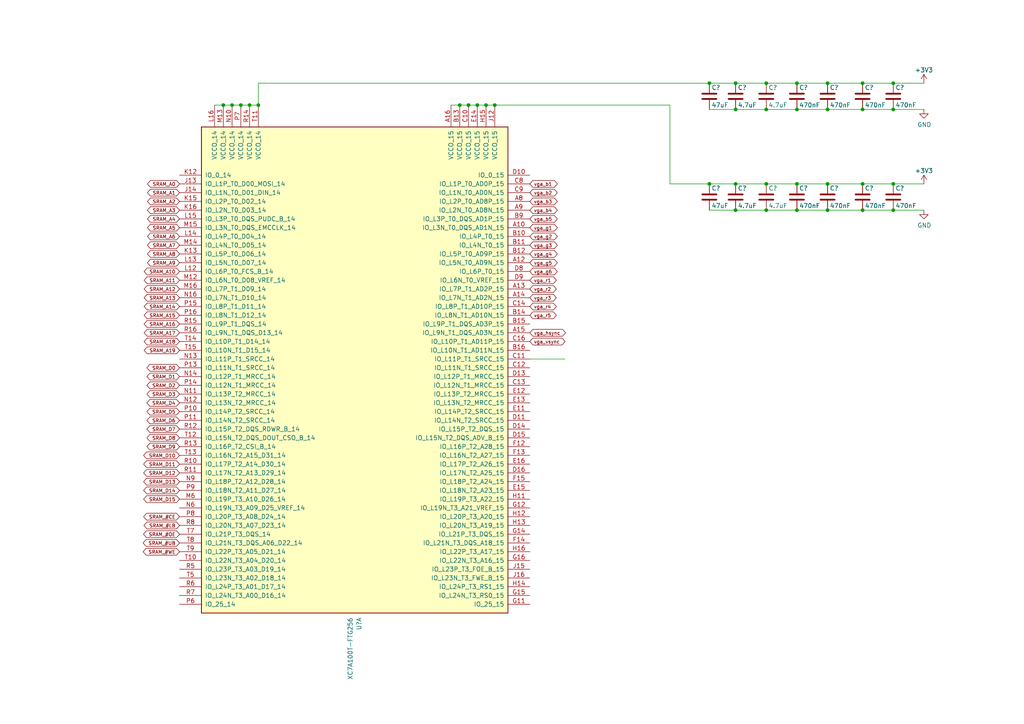
<source format=kicad_sch>
(kicad_sch (version 20211123) (generator eeschema)
  (paper "A4")
  (lib_symbols
    (symbol "Device:C" (pin_numbers hide) (pin_names (offset 0.254))
      (property "Reference" "C" (at 0.635 2.54 0))
      (property "Value" "C" (at 0.635 -2.54 0))
      (symbol "C_0_1"
        (polyline (pts (xy -2.032 -0.762) (xy 2.032 -0.762)) (stroke (width 0.508)))
        (polyline (pts (xy -2.032 0.762) (xy 2.032 0.762)) (stroke (width 0.508)))
      )
      (symbol "C_1_1"
        (pin passive line (at 0 3.81 270) (length 2.794) (name "~") (number "1"))
        (pin passive line (at 0 -3.81 90) (length 2.794) (name "~") (number "2"))
      )
    )
    (symbol "FPGA_Xilinx_Artix7:XC7A100T-FTG256" (pin_names (offset 1.016))
      (property "Reference" "U" (at 0 1.27 0))
      (property "Value" "XC7A100T-FTG256" (at 0 -1.27 0))
      (symbol "XC7A100T-FTG256_1_1"
        (rectangle (start -44.45 67.31) (end 44.45 -73.66) (stroke (width 0.254)) (fill (type background)))
        (pin bidirectional line (at 50.8 38.1 180) (length 6.35) (name "IO_L3N_T0_DQS_AD1N_15") (number "A10"))
        (pin bidirectional line (at 50.8 27.94 180) (length 6.35) (name "IO_L5N_T0_AD9N_15") (number "A12"))
        (pin bidirectional line (at 50.8 20.32 180) (length 6.35) (name "IO_L7P_T1_AD2P_15") (number "A13"))
        (pin bidirectional line (at 50.8 17.78 180) (length 6.35) (name "IO_L7N_T1_AD2N_15") (number "A14"))
        (pin bidirectional line (at 50.8 7.62 180) (length 6.35) (name "IO_L9N_T1_DQS_AD3N_15") (number "A15"))
        (pin power_in line (at 27.94 73.66 270) (length 6.35) (name "VCCO_15") (number "A16"))
        (pin bidirectional line (at 50.8 45.72 180) (length 6.35) (name "IO_L2P_T0_AD8P_15") (number "A8"))
        (pin bidirectional line (at 50.8 43.18 180) (length 6.35) (name "IO_L2N_T0_AD8N_15") (number "A9"))
        (pin bidirectional line (at 50.8 35.56 180) (length 6.35) (name "IO_L4P_T0_15") (number "B10"))
        (pin bidirectional line (at 50.8 33.02 180) (length 6.35) (name "IO_L4N_T0_15") (number "B11"))
        (pin bidirectional line (at 50.8 30.48 180) (length 6.35) (name "IO_L5P_T0_AD9P_15") (number "B12"))
        (pin power_in line (at 30.48 73.66 270) (length 6.35) (name "VCCO_15") (number "B13"))
        (pin bidirectional line (at 50.8 12.7 180) (length 6.35) (name "IO_L8N_T1_AD10N_15") (number "B14"))
        (pin bidirectional line (at 50.8 10.16 180) (length 6.35) (name "IO_L9P_T1_DQS_AD3P_15") (number "B15"))
        (pin bidirectional line (at 50.8 2.54 180) (length 6.35) (name "IO_L10N_T1_AD11N_15") (number "B16"))
        (pin bidirectional line (at 50.8 40.64 180) (length 6.35) (name "IO_L3P_T0_DQS_AD1P_15") (number "B9"))
        (pin power_in line (at 33.02 73.66 270) (length 6.35) (name "VCCO_15") (number "C10"))
        (pin bidirectional line (at 50.8 0 180) (length 6.35) (name "IO_L11P_T1_SRCC_15") (number "C11"))
        (pin bidirectional line (at 50.8 -2.54 180) (length 6.35) (name "IO_L11N_T1_SRCC_15") (number "C12"))
        (pin bidirectional line (at 50.8 -7.62 180) (length 6.35) (name "IO_L12N_T1_MRCC_15") (number "C13"))
        (pin bidirectional line (at 50.8 15.24 180) (length 6.35) (name "IO_L8P_T1_AD10P_15") (number "C14"))
        (pin bidirectional line (at 50.8 5.08 180) (length 6.35) (name "IO_L10P_T1_AD11P_15") (number "C16"))
        (pin bidirectional line (at 50.8 50.8 180) (length 6.35) (name "IO_L1P_T0_AD0P_15") (number "C8"))
        (pin bidirectional line (at 50.8 48.26 180) (length 6.35) (name "IO_L1N_T0_AD0N_15") (number "C9"))
        (pin bidirectional line (at 50.8 53.34 180) (length 6.35) (name "IO_0_15") (number "D10"))
        (pin bidirectional line (at 50.8 -17.78 180) (length 6.35) (name "IO_L14N_T2_SRCC_15") (number "D11"))
        (pin bidirectional line (at 50.8 -5.08 180) (length 6.35) (name "IO_L12P_T1_MRCC_15") (number "D13"))
        (pin bidirectional line (at 50.8 -20.32 180) (length 6.35) (name "IO_L15P_T2_DQS_15") (number "D14"))
        (pin bidirectional line (at 50.8 -22.86 180) (length 6.35) (name "IO_L15N_T2_DQS_ADV_B_15") (number "D15"))
        (pin bidirectional line (at 50.8 -33.02 180) (length 6.35) (name "IO_L17N_T2_A25_15") (number "D16"))
        (pin bidirectional line (at 50.8 25.4 180) (length 6.35) (name "IO_L6P_T0_15") (number "D8"))
        (pin bidirectional line (at 50.8 22.86 180) (length 6.35) (name "IO_L6N_T0_VREF_15") (number "D9"))
        (pin bidirectional line (at 50.8 -15.24 180) (length 6.35) (name "IO_L14P_T2_SRCC_15") (number "E11"))
        (pin bidirectional line (at 50.8 -10.16 180) (length 6.35) (name "IO_L13P_T2_MRCC_15") (number "E12"))
        (pin bidirectional line (at 50.8 -12.7 180) (length 6.35) (name "IO_L13N_T2_MRCC_15") (number "E13"))
        (pin power_in line (at 35.56 73.66 270) (length 6.35) (name "VCCO_15") (number "E14"))
        (pin bidirectional line (at 50.8 -38.1 180) (length 6.35) (name "IO_L18N_T2_A23_15") (number "E15"))
        (pin bidirectional line (at 50.8 -30.48 180) (length 6.35) (name "IO_L17P_T2_A26_15") (number "E16"))
        (pin bidirectional line (at 50.8 -25.4 180) (length 6.35) (name "IO_L16P_T2_A28_15") (number "F12"))
        (pin bidirectional line (at 50.8 -27.94 180) (length 6.35) (name "IO_L16N_T2_A27_15") (number "F13"))
        (pin bidirectional line (at 50.8 -53.34 180) (length 6.35) (name "IO_L21N_T3_DQS_A18_15") (number "F14"))
        (pin bidirectional line (at 50.8 -35.56 180) (length 6.35) (name "IO_L18P_T2_A24_15") (number "F15"))
        (pin bidirectional line (at 50.8 -71.12 180) (length 6.35) (name "IO_25_15") (number "G11"))
        (pin bidirectional line (at 50.8 -43.18 180) (length 6.35) (name "IO_L19N_T3_A21_VREF_15") (number "G12"))
        (pin bidirectional line (at 50.8 -50.8 180) (length 6.35) (name "IO_L21P_T3_DQS_15") (number "G14"))
        (pin bidirectional line (at 50.8 -68.58 180) (length 6.35) (name "IO_L24N_T3_RS0_15") (number "G15"))
        (pin bidirectional line (at 50.8 -58.42 180) (length 6.35) (name "IO_L22N_T3_A16_15") (number "G16"))
        (pin bidirectional line (at 50.8 -40.64 180) (length 6.35) (name "IO_L19P_T3_A22_15") (number "H11"))
        (pin bidirectional line (at 50.8 -45.72 180) (length 6.35) (name "IO_L20P_T3_A20_15") (number "H12"))
        (pin bidirectional line (at 50.8 -48.26 180) (length 6.35) (name "IO_L20N_T3_A19_15") (number "H13"))
        (pin bidirectional line (at 50.8 -66.04 180) (length 6.35) (name "IO_L24P_T3_RS1_15") (number "H14"))
        (pin power_in line (at 38.1 73.66 270) (length 6.35) (name "VCCO_15") (number "H15"))
        (pin bidirectional line (at 50.8 -55.88 180) (length 6.35) (name "IO_L22P_T3_A17_15") (number "H16"))
        (pin power_in line (at 40.64 73.66 270) (length 6.35) (name "VCCO_15") (number "J12"))
        (pin bidirectional line (at -50.8 50.8 0) (length 6.35) (name "IO_L1P_T0_D00_MOSI_14") (number "J13"))
        (pin bidirectional line (at -50.8 48.26 0) (length 6.35) (name "IO_L1N_T0_D01_DIN_14") (number "J14"))
        (pin bidirectional line (at 50.8 -60.96 180) (length 6.35) (name "IO_L23P_T3_FOE_B_15") (number "J15"))
        (pin bidirectional line (at 50.8 -63.5 180) (length 6.35) (name "IO_L23N_T3_FWE_B_15") (number "J16"))
        (pin bidirectional line (at -50.8 53.34 0) (length 6.35) (name "IO_0_14") (number "K12"))
        (pin bidirectional line (at -50.8 30.48 0) (length 6.35) (name "IO_L5P_T0_D06_14") (number "K13"))
        (pin bidirectional line (at -50.8 45.72 0) (length 6.35) (name "IO_L2P_T0_D02_14") (number "K15"))
        (pin bidirectional line (at -50.8 43.18 0) (length 6.35) (name "IO_L2N_T0_D03_14") (number "K16"))
        (pin bidirectional line (at -50.8 25.4 0) (length 6.35) (name "IO_L6P_T0_FCS_B_14") (number "L12"))
        (pin bidirectional line (at -50.8 27.94 0) (length 6.35) (name "IO_L5N_T0_D07_14") (number "L13"))
        (pin bidirectional line (at -50.8 35.56 0) (length 6.35) (name "IO_L4P_T0_D04_14") (number "L14"))
        (pin bidirectional line (at -50.8 40.64 0) (length 6.35) (name "IO_L3P_T0_DQS_PUDC_B_14") (number "L15"))
        (pin power_in line (at -40.64 73.66 270) (length 6.35) (name "VCCO_14") (number "L16"))
        (pin bidirectional line (at -50.8 22.86 0) (length 6.35) (name "IO_L6N_T0_D08_VREF_14") (number "M12"))
        (pin power_in line (at -38.1 73.66 270) (length 6.35) (name "VCCO_14") (number "M13"))
        (pin bidirectional line (at -50.8 33.02 0) (length 6.35) (name "IO_L4N_T0_D05_14") (number "M14"))
        (pin bidirectional line (at -50.8 38.1 0) (length 6.35) (name "IO_L3N_T0_DQS_EMCCLK_14") (number "M15"))
        (pin bidirectional line (at -50.8 20.32 0) (length 6.35) (name "IO_L7P_T1_D09_14") (number "M16"))
        (pin bidirectional line (at -50.8 -40.64 0) (length 6.35) (name "IO_L19P_T3_A10_D26_14") (number "M6"))
        (pin power_in line (at -35.56 73.66 270) (length 6.35) (name "VCCO_14") (number "N10"))
        (pin bidirectional line (at -50.8 -10.16 0) (length 6.35) (name "IO_L13P_T2_MRCC_14") (number "N11"))
        (pin bidirectional line (at -50.8 -12.7 0) (length 6.35) (name "IO_L13N_T2_MRCC_14") (number "N12"))
        (pin bidirectional line (at -50.8 0 0) (length 6.35) (name "IO_L11P_T1_SRCC_14") (number "N13"))
        (pin bidirectional line (at -50.8 -5.08 0) (length 6.35) (name "IO_L12P_T1_MRCC_14") (number "N14"))
        (pin bidirectional line (at -50.8 17.78 0) (length 6.35) (name "IO_L7N_T1_D10_14") (number "N16"))
        (pin bidirectional line (at -50.8 -43.18 0) (length 6.35) (name "IO_L19N_T3_A09_D25_VREF_14") (number "N6"))
        (pin bidirectional line (at -50.8 -35.56 0) (length 6.35) (name "IO_L18P_T2_A12_D28_14") (number "N9"))
        (pin bidirectional line (at -50.8 -15.24 0) (length 6.35) (name "IO_L14P_T2_SRCC_14") (number "P10"))
        (pin bidirectional line (at -50.8 -17.78 0) (length 6.35) (name "IO_L14N_T2_SRCC_14") (number "P11"))
        (pin bidirectional line (at -50.8 -2.54 0) (length 6.35) (name "IO_L11N_T1_SRCC_14") (number "P13"))
        (pin bidirectional line (at -50.8 -7.62 0) (length 6.35) (name "IO_L12N_T1_MRCC_14") (number "P14"))
        (pin bidirectional line (at -50.8 15.24 0) (length 6.35) (name "IO_L8P_T1_D11_14") (number "P15"))
        (pin bidirectional line (at -50.8 12.7 0) (length 6.35) (name "IO_L8N_T1_D12_14") (number "P16"))
        (pin bidirectional line (at -50.8 -71.12 0) (length 6.35) (name "IO_25_14") (number "P6"))
        (pin power_in line (at -33.02 73.66 270) (length 6.35) (name "VCCO_14") (number "P7"))
        (pin bidirectional line (at -50.8 -45.72 0) (length 6.35) (name "IO_L20P_T3_A08_D24_14") (number "P8"))
        (pin bidirectional line (at -50.8 -38.1 0) (length 6.35) (name "IO_L18N_T2_A11_D27_14") (number "P9"))
        (pin bidirectional line (at -50.8 -30.48 0) (length 6.35) (name "IO_L17P_T2_A14_D30_14") (number "R10"))
        (pin bidirectional line (at -50.8 -33.02 0) (length 6.35) (name "IO_L17N_T2_A13_D29_14") (number "R11"))
        (pin bidirectional line (at -50.8 -20.32 0) (length 6.35) (name "IO_L15P_T2_DQS_RDWR_B_14") (number "R12"))
        (pin bidirectional line (at -50.8 -25.4 0) (length 6.35) (name "IO_L16P_T2_CSI_B_14") (number "R13"))
        (pin power_in line (at -30.48 73.66 270) (length 6.35) (name "VCCO_14") (number "R14"))
        (pin bidirectional line (at -50.8 10.16 0) (length 6.35) (name "IO_L9P_T1_DQS_14") (number "R15"))
        (pin bidirectional line (at -50.8 7.62 0) (length 6.35) (name "IO_L9N_T1_DQS_D13_14") (number "R16"))
        (pin bidirectional line (at -50.8 -60.96 0) (length 6.35) (name "IO_L23P_T3_A03_D19_14") (number "R5"))
        (pin bidirectional line (at -50.8 -66.04 0) (length 6.35) (name "IO_L24P_T3_A01_D17_14") (number "R6"))
        (pin bidirectional line (at -50.8 -68.58 0) (length 6.35) (name "IO_L24N_T3_A00_D16_14") (number "R7"))
        (pin bidirectional line (at -50.8 -48.26 0) (length 6.35) (name "IO_L20N_T3_A07_D23_14") (number "R8"))
        (pin bidirectional line (at -50.8 -58.42 0) (length 6.35) (name "IO_L22N_T3_A04_D20_14") (number "T10"))
        (pin power_in line (at -27.94 73.66 270) (length 6.35) (name "VCCO_14") (number "T11"))
        (pin bidirectional line (at -50.8 -22.86 0) (length 6.35) (name "IO_L15N_T2_DQS_DOUT_CSO_B_14") (number "T12"))
        (pin bidirectional line (at -50.8 -27.94 0) (length 6.35) (name "IO_L16N_T2_A15_D31_14") (number "T13"))
        (pin bidirectional line (at -50.8 5.08 0) (length 6.35) (name "IO_L10P_T1_D14_14") (number "T14"))
        (pin bidirectional line (at -50.8 2.54 0) (length 6.35) (name "IO_L10N_T1_D15_14") (number "T15"))
        (pin bidirectional line (at -50.8 -63.5 0) (length 6.35) (name "IO_L23N_T3_A02_D18_14") (number "T5"))
        (pin bidirectional line (at -50.8 -50.8 0) (length 6.35) (name "IO_L21P_T3_DQS_14") (number "T7"))
        (pin bidirectional line (at -50.8 -53.34 0) (length 6.35) (name "IO_L21N_T3_DQS_A06_D22_14") (number "T8"))
        (pin bidirectional line (at -50.8 -55.88 0) (length 6.35) (name "IO_L22P_T3_A05_D21_14") (number "T9"))
      )
      (symbol "XC7A100T-FTG256_2_1"
        (rectangle (start -44.45 67.31) (end 44.45 -73.66) (stroke (width 0.254)) (fill (type background)))
        (pin bidirectional line (at 50.8 12.7 180) (length 6.35) (name "IO_L8N_T1_AD14N_35") (number "A2"))
        (pin bidirectional line (at 50.8 33.02 180) (length 6.35) (name "IO_L4N_T0_35") (number "A3"))
        (pin bidirectional line (at 50.8 38.1 180) (length 6.35) (name "IO_L3N_T0_DQS_AD5N_35") (number "A4"))
        (pin bidirectional line (at 50.8 40.64 180) (length 6.35) (name "IO_L3P_T0_DQS_AD5P_35") (number "A5"))
        (pin power_in line (at 27.94 73.66 270) (length 6.35) (name "VCCO_35") (number "A6"))
        (pin bidirectional line (at 50.8 48.26 180) (length 6.35) (name "IO_L1N_T0_AD4N_35") (number "A7"))
        (pin bidirectional line (at 50.8 7.62 180) (length 6.35) (name "IO_L9N_T1_DQS_AD7N_35") (number "B1"))
        (pin bidirectional line (at 50.8 15.24 180) (length 6.35) (name "IO_L8P_T1_AD14P_35") (number "B2"))
        (pin power_in line (at 30.48 73.66 270) (length 6.35) (name "VCCO_35") (number "B3"))
        (pin bidirectional line (at 50.8 35.56 180) (length 6.35) (name "IO_L4P_T0_35") (number "B4"))
        (pin bidirectional line (at 50.8 43.18 180) (length 6.35) (name "IO_L2N_T0_AD12N_35") (number "B5"))
        (pin bidirectional line (at 50.8 45.72 180) (length 6.35) (name "IO_L2P_T0_AD12P_35") (number "B6"))
        (pin bidirectional line (at 50.8 50.8 180) (length 6.35) (name "IO_L1P_T0_AD4P_35") (number "B7"))
        (pin bidirectional line (at 50.8 10.16 180) (length 6.35) (name "IO_L9P_T1_DQS_AD7P_35") (number "C1"))
        (pin bidirectional line (at 50.8 17.78 180) (length 6.35) (name "IO_L7N_T1_AD6N_35") (number "C2"))
        (pin bidirectional line (at 50.8 20.32 180) (length 6.35) (name "IO_L7P_T1_AD6P_35") (number "C3"))
        (pin bidirectional line (at 50.8 -7.62 180) (length 6.35) (name "IO_L12N_T1_MRCC_35") (number "C4"))
        (pin bidirectional line (at 50.8 27.94 180) (length 6.35) (name "IO_L5N_T0_AD13N_35") (number "C6"))
        (pin bidirectional line (at 50.8 30.48 180) (length 6.35) (name "IO_L5P_T0_AD13P_35") (number "C7"))
        (pin bidirectional line (at 50.8 2.54 180) (length 6.35) (name "IO_L10N_T1_AD15N_35") (number "D1"))
        (pin bidirectional line (at 50.8 -2.54 180) (length 6.35) (name "IO_L11N_T1_SRCC_35") (number "D3"))
        (pin bidirectional line (at 50.8 -5.08 180) (length 6.35) (name "IO_L12P_T1_MRCC_35") (number "D4"))
        (pin bidirectional line (at 50.8 22.86 180) (length 6.35) (name "IO_L6N_T0_VREF_35") (number "D5"))
        (pin bidirectional line (at 50.8 25.4 180) (length 6.35) (name "IO_L6P_T0_35") (number "D6"))
        (pin power_in line (at 33.02 73.66 270) (length 6.35) (name "VCCO_35") (number "D7"))
        (pin bidirectional line (at 50.8 -22.86 180) (length 6.35) (name "IO_L15N_T2_DQS_35") (number "E1"))
        (pin bidirectional line (at 50.8 5.08 180) (length 6.35) (name "IO_L10P_T1_AD15P_35") (number "E2"))
        (pin bidirectional line (at 50.8 0 180) (length 6.35) (name "IO_L11P_T1_SRCC_35") (number "E3"))
        (pin power_in line (at 35.56 73.66 270) (length 6.35) (name "VCCO_35") (number "E4"))
        (pin bidirectional line (at 50.8 -12.7 180) (length 6.35) (name "IO_L13N_T2_MRCC_35") (number "E5"))
        (pin bidirectional line (at 50.8 53.34 180) (length 6.35) (name "IO_0_35") (number "E6"))
        (pin power_in line (at 38.1 73.66 270) (length 6.35) (name "VCCO_35") (number "F1"))
        (pin bidirectional line (at 50.8 -20.32 180) (length 6.35) (name "IO_L15P_T2_DQS_35") (number "F2"))
        (pin bidirectional line (at 50.8 -17.78 180) (length 6.35) (name "IO_L14N_T2_SRCC_35") (number "F3"))
        (pin bidirectional line (at 50.8 -15.24 180) (length 6.35) (name "IO_L14P_T2_SRCC_35") (number "F4"))
        (pin bidirectional line (at 50.8 -10.16 180) (length 6.35) (name "IO_L13P_T2_MRCC_35") (number "F5"))
        (pin bidirectional line (at 50.8 -33.02 180) (length 6.35) (name "IO_L17N_T2_35") (number "G1"))
        (pin bidirectional line (at 50.8 -30.48 180) (length 6.35) (name "IO_L17P_T2_35") (number "G2"))
        (pin bidirectional line (at 50.8 -27.94 180) (length 6.35) (name "IO_L16N_T2_35") (number "G4"))
        (pin bidirectional line (at 50.8 -25.4 180) (length 6.35) (name "IO_L16P_T2_35") (number "G5"))
        (pin bidirectional line (at 50.8 -48.26 180) (length 6.35) (name "IO_L20N_T3_35") (number "H1"))
        (pin bidirectional line (at 50.8 -45.72 180) (length 6.35) (name "IO_L20P_T3_35") (number "H2"))
        (pin bidirectional line (at 50.8 -53.34 180) (length 6.35) (name "IO_L21N_T3_DQS_35") (number "H3"))
        (pin bidirectional line (at 50.8 -38.1 180) (length 6.35) (name "IO_L18N_T2_35") (number "H4"))
        (pin bidirectional line (at 50.8 -35.56 180) (length 6.35) (name "IO_L18P_T2_35") (number "H5"))
        (pin bidirectional line (at 50.8 -58.42 180) (length 6.35) (name "IO_L22N_T3_35") (number "J1"))
        (pin power_in line (at 40.64 73.66 270) (length 6.35) (name "VCCO_35") (number "J2"))
        (pin bidirectional line (at 50.8 -50.8 180) (length 6.35) (name "IO_L21P_T3_DQS_35") (number "J3"))
        (pin bidirectional line (at 50.8 -43.18 180) (length 6.35) (name "IO_L19N_T3_VREF_35") (number "J4"))
        (pin bidirectional line (at 50.8 -40.64 180) (length 6.35) (name "IO_L19P_T3_35") (number "J5"))
        (pin bidirectional line (at 50.8 -55.88 180) (length 6.35) (name "IO_L22P_T3_35") (number "K1"))
        (pin bidirectional line (at 50.8 -68.58 180) (length 6.35) (name "IO_L24N_T3_35") (number "K2"))
        (pin bidirectional line (at 50.8 -66.04 180) (length 6.35) (name "IO_L24P_T3_35") (number "K3"))
        (pin bidirectional line (at 50.8 -71.12 180) (length 6.35) (name "IO_25_35") (number "K5"))
        (pin bidirectional line (at 50.8 -63.5 180) (length 6.35) (name "IO_L23N_T3_35") (number "L2"))
        (pin bidirectional line (at 50.8 -60.96 180) (length 6.35) (name "IO_L23P_T3_35") (number "L3"))
        (pin bidirectional line (at -50.8 50.8 0) (length 6.35) (name "IO_L1P_T0_34") (number "L4"))
        (pin bidirectional line (at -50.8 53.34 0) (length 6.35) (name "IO_0_34") (number "L5"))
        (pin bidirectional line (at -50.8 43.18 0) (length 6.35) (name "IO_L2N_T0_34") (number "M1"))
        (pin bidirectional line (at -50.8 45.72 0) (length 6.35) (name "IO_L2P_T0_34") (number "M2"))
        (pin power_in line (at -40.64 73.66 270) (length 6.35) (name "VCCO_34") (number "M3"))
        (pin bidirectional line (at -50.8 48.26 0) (length 6.35) (name "IO_L1N_T0_34") (number "M4"))
        (pin bidirectional line (at -50.8 25.4 0) (length 6.35) (name "IO_L6P_T0_34") (number "M5"))
        (pin bidirectional line (at -50.8 35.56 0) (length 6.35) (name "IO_L4P_T0_34") (number "N1"))
        (pin bidirectional line (at -50.8 38.1 0) (length 6.35) (name "IO_L3N_T0_DQS_34") (number "N2"))
        (pin bidirectional line (at -50.8 40.64 0) (length 6.35) (name "IO_L3P_T0_DQS_34") (number "N3"))
        (pin bidirectional line (at -50.8 22.86 0) (length 6.35) (name "IO_L6N_T0_VREF_34") (number "N4"))
        (pin bidirectional line (at -50.8 33.02 0) (length 6.35) (name "IO_L4N_T0_34") (number "P1"))
        (pin bidirectional line (at -50.8 27.94 0) (length 6.35) (name "IO_L5N_T0_34") (number "P3"))
        (pin bidirectional line (at -50.8 30.48 0) (length 6.35) (name "IO_L5P_T0_34") (number "P4"))
        (pin bidirectional line (at -50.8 5.08 0) (length 6.35) (name "IO_L10P_T1_34") (number "P5"))
        (pin bidirectional line (at -50.8 17.78 0) (length 6.35) (name "IO_L7N_T1_34") (number "R1"))
        (pin bidirectional line (at -50.8 20.32 0) (length 6.35) (name "IO_L7P_T1_34") (number "R2"))
        (pin bidirectional line (at -50.8 15.24 0) (length 6.35) (name "IO_L8P_T1_34") (number "R3"))
        (pin power_in line (at -38.1 73.66 270) (length 6.35) (name "VCCO_34") (number "R4"))
        (pin power_in line (at -35.56 73.66 270) (length 6.35) (name "VCCO_34") (number "T1"))
        (pin bidirectional line (at -50.8 12.7 0) (length 6.35) (name "IO_L8N_T1_34") (number "T2"))
        (pin bidirectional line (at -50.8 7.62 0) (length 6.35) (name "IO_L9N_T1_DQS_34") (number "T3"))
        (pin bidirectional line (at -50.8 10.16 0) (length 6.35) (name "IO_L9P_T1_DQS_34") (number "T4"))
      )
      (symbol "XC7A100T-FTG256_3_1"
        (rectangle (start -31.75 34.29) (end 31.75 -40.64) (stroke (width 0.254)) (fill (type background)))
        (pin bidirectional line (at 38.1 -15.24 180) (length 6.35) (name "CFGBVS_0") (number "E7"))
        (pin bidirectional line (at 38.1 7.62 180) (length 6.35) (name "CCLK_0") (number "E8"))
        (pin bidirectional line (at 38.1 -5.08 180) (length 6.35) (name "DONE_0") (number "H10"))
        (pin bidirectional line (at 38.1 -30.48 180) (length 6.35) (name "VREFN_0") (number "H7"))
        (pin bidirectional line (at 38.1 -20.32 180) (length 6.35) (name "VP_0") (number "H8"))
        (pin bidirectional line (at 38.1 -22.86 180) (length 6.35) (name "VN_0") (number "J7"))
        (pin bidirectional line (at 38.1 -27.94 180) (length 6.35) (name "VREFP_0") (number "J8"))
        (pin bidirectional line (at 38.1 -7.62 180) (length 6.35) (name "INIT_B_0") (number "K10"))
        (pin bidirectional line (at 38.1 -38.1 180) (length 6.35) (name "DXN_0") (number "K7"))
        (pin bidirectional line (at 38.1 -35.56 180) (length 6.35) (name "DXP_0") (number "K8"))
        (pin power_in line (at 27.94 40.64 270) (length 6.35) (name "VCCO_0") (number "L6"))
        (pin bidirectional line (at 38.1 12.7 180) (length 6.35) (name "TCK_0") (number "L7"))
        (pin bidirectional line (at 38.1 -10.16 180) (length 6.35) (name "PROGRAM_B_0") (number "L9"))
        (pin bidirectional line (at 38.1 2.54 180) (length 6.35) (name "M1_0") (number "M10"))
        (pin bidirectional line (at 38.1 0 180) (length 6.35) (name "M2_0") (number "M11"))
        (pin bidirectional line (at 38.1 15.24 180) (length 6.35) (name "TMS_0") (number "M7"))
        (pin bidirectional line (at 38.1 5.08 180) (length 6.35) (name "M0_0") (number "M9"))
        (pin bidirectional line (at 38.1 20.32 180) (length 6.35) (name "TDI_0") (number "N7"))
        (pin bidirectional line (at 38.1 17.78 180) (length 6.35) (name "TDO_0") (number "N8"))
      )
      (symbol "XC7A100T-FTG256_4_1"
        (rectangle (start -19.05 35.56) (end 19.05 -35.56) (stroke (width 0.254)) (fill (type background)))
        (pin power_in line (at -25.4 2.54 0) (length 6.35) (name "GND") (number "A1"))
        (pin power_in line (at -25.4 0 0) (length 6.35) (name "GND") (number "A11"))
        (pin power_in line (at -25.4 -2.54 0) (length 6.35) (name "GND") (number "B8"))
        (pin power_in line (at -25.4 -7.62 0) (length 6.35) (name "GND") (number "C15"))
        (pin power_in line (at -25.4 -5.08 0) (length 6.35) (name "GND") (number "C5"))
        (pin power_in line (at -25.4 -12.7 0) (length 6.35) (name "GND") (number "D12"))
        (pin power_in line (at -25.4 -10.16 0) (length 6.35) (name "GND") (number "D2"))
        (pin power_in line (at -25.4 12.7 0) (length 6.35) (name "VCCBRAM") (number "E10"))
        (pin power_in line (at -25.4 -15.24 0) (length 6.35) (name "GND") (number "E9"))
        (pin power_in line (at -25.4 -20.32 0) (length 6.35) (name "GND") (number "F10"))
        (pin power_in line (at -25.4 10.16 0) (length 6.35) (name "VCCBRAM") (number "F11"))
        (pin power_in line (at -25.4 -22.86 0) (length 6.35) (name "GND") (number "F16"))
        (pin power_in line (at -25.4 -17.78 0) (length 6.35) (name "GND") (number "F6"))
        (pin power_in line (at 25.4 33.02 180) (length 6.35) (name "VCCINT") (number "F7"))
        (pin power_in line (at -25.4 15.24 0) (length 6.35) (name "VCCBATT_0") (number "F8"))
        (pin power_in line (at 25.4 30.48 180) (length 6.35) (name "VCCINT") (number "F9"))
        (pin power_in line (at -25.4 33.02 0) (length 6.35) (name "VCCAUX") (number "G10"))
        (pin power_in line (at -25.4 -30.48 0) (length 6.35) (name "GND") (number "G13"))
        (pin power_in line (at -25.4 -25.4 0) (length 6.35) (name "GND") (number "G3"))
        (pin power_in line (at 25.4 27.94 180) (length 6.35) (name "VCCINT") (number "G6"))
        (pin power_in line (at -25.4 20.32 0) (length 6.35) (name "GNDADC_0") (number "G7"))
        (pin power_in line (at -25.4 17.78 0) (length 6.35) (name "VCCADC_0") (number "G8"))
        (pin power_in line (at -25.4 -27.94 0) (length 6.35) (name "GND") (number "G9"))
        (pin power_in line (at -25.4 -33.02 0) (length 6.35) (name "GND") (number "H6"))
        (pin power_in line (at 25.4 25.4 180) (length 6.35) (name "VCCINT") (number "H9"))
        (pin power_in line (at -25.4 30.48 0) (length 6.35) (name "VCCAUX") (number "J10"))
        (pin power_in line (at 25.4 0 180) (length 6.35) (name "GND") (number "J11"))
        (pin power_in line (at 25.4 22.86 180) (length 6.35) (name "VCCINT") (number "J6"))
        (pin power_in line (at 25.4 2.54 180) (length 6.35) (name "GND") (number "J9"))
        (pin power_in line (at -25.4 27.94 0) (length 6.35) (name "VCCAUX") (number "K11"))
        (pin power_in line (at 25.4 -7.62 180) (length 6.35) (name "GND") (number "K14"))
        (pin power_in line (at 25.4 -2.54 180) (length 6.35) (name "GND") (number "K4"))
        (pin power_in line (at 25.4 -5.08 180) (length 6.35) (name "GND") (number "K6"))
        (pin power_in line (at 25.4 20.32 180) (length 6.35) (name "VCCINT") (number "K9"))
        (pin power_in line (at 25.4 -10.16 180) (length 6.35) (name "GND") (number "L1"))
        (pin power_in line (at -25.4 25.4 0) (length 6.35) (name "VCCAUX") (number "L10"))
        (pin power_in line (at 25.4 -12.7 180) (length 6.35) (name "GND") (number "L11"))
        (pin power_in line (at 25.4 17.78 180) (length 6.35) (name "VCCINT") (number "L8"))
        (pin power_in line (at 25.4 -15.24 180) (length 6.35) (name "GND") (number "M8"))
        (pin power_in line (at 25.4 -20.32 180) (length 6.35) (name "GND") (number "N15"))
        (pin power_in line (at 25.4 -17.78 180) (length 6.35) (name "GND") (number "N5"))
        (pin power_in line (at 25.4 -25.4 180) (length 6.35) (name "GND") (number "P12"))
        (pin power_in line (at 25.4 -22.86 180) (length 6.35) (name "GND") (number "P2"))
        (pin power_in line (at 25.4 -27.94 180) (length 6.35) (name "GND") (number "R9"))
        (pin power_in line (at 25.4 -33.02 180) (length 6.35) (name "GND") (number "T16"))
        (pin power_in line (at 25.4 -30.48 180) (length 6.35) (name "GND") (number "T6"))
      )
    )
    (symbol "power:+3V3" (power) (pin_names (offset 0))
      (property "Value" "+3V3" (at 0 3.556 0))
      (symbol "+3V3_0_1"
        (polyline (pts (xy -0.762 1.27) (xy 0 2.54)))
        (polyline (pts (xy 0 0) (xy 0 2.54)))
        (polyline (pts (xy 0 2.54) (xy 0.762 1.27)))
      )
      (symbol "+3V3_1_1"
        (pin power_in line (at 0 0 90) (length 0) hide (name "+3V3") (number "1"))
      )
    )
    (symbol "power:GND" (power) (pin_names (offset 0))
      (property "Value" "GND" (at 0 -3.81 0))
      (symbol "GND_0_1"
        (polyline (pts (xy 0 0) (xy 0 -1.27) (xy 1.27 -1.27) (xy 0 -2.54) (xy -1.27 -1.27) (xy 0 -1.27)))
      )
      (symbol "GND_1_1"
        (pin power_in line (at 0 0 270) (length 0) hide (name "GND") (number "1"))
      )
    )
  )
  (junction (at 250.19 31.75))
  (junction (at 250.19 53.34))
  (junction (at 205.74 24.13))
  (junction (at 231.14 31.75))
  (junction (at 135.89 30.48))
  (junction (at 259.08 60.96))
  (junction (at 240.03 60.96))
  (junction (at 259.08 24.13))
  (junction (at 250.19 24.13))
  (junction (at 231.14 53.34))
  (junction (at 133.35 30.48))
  (junction (at 231.14 24.13))
  (junction (at 222.25 53.34))
  (junction (at 213.36 60.96))
  (junction (at 222.25 60.96))
  (junction (at 64.77 30.48))
  (junction (at 72.39 30.48))
  (junction (at 69.85 30.48))
  (junction (at 140.97 30.48))
  (junction (at 250.19 60.96))
  (junction (at 213.36 53.34))
  (junction (at 259.08 31.75))
  (junction (at 143.51 30.48))
  (junction (at 74.93 30.48))
  (junction (at 213.36 31.75))
  (junction (at 240.03 24.13))
  (junction (at 259.08 53.34))
  (junction (at 213.36 24.13))
  (junction (at 240.03 53.34))
  (junction (at 240.03 31.75))
  (junction (at 222.25 24.13))
  (junction (at 67.31 30.48))
  (junction (at 138.43 30.48))
  (junction (at 231.14 60.96))
  (junction (at 222.25 31.75))
  (junction (at 205.74 53.34))
  (wire (pts (xy 194.31 53.34) (xy 205.74 53.34)))
  (wire (pts (xy 259.08 31.75) (xy 267.97 31.75)))
  (wire (pts (xy 222.25 60.96) (xy 231.14 60.96)))
  (wire (pts (xy 205.74 31.75) (xy 213.36 31.75)))
  (wire (pts (xy 138.43 30.48) (xy 140.97 30.48)))
  (wire (pts (xy 130.81 30.48) (xy 133.35 30.48)))
  (wire (pts (xy 213.36 31.75) (xy 222.25 31.75)))
  (wire (pts (xy 205.74 60.96) (xy 213.36 60.96)))
  (wire (pts (xy 133.35 30.48) (xy 135.89 30.48)))
  (wire (pts (xy 67.31 30.48) (xy 69.85 30.48)))
  (wire (pts (xy 74.93 30.48) (xy 74.93 24.13)))
  (wire (pts (xy 74.93 24.13) (xy 205.74 24.13)))
  (wire (pts (xy 222.25 53.34) (xy 231.14 53.34)))
  (wire (pts (xy 259.08 53.34) (xy 267.97 53.34)))
  (wire (pts (xy 135.89 30.48) (xy 138.43 30.48)))
  (wire (pts (xy 259.08 24.13) (xy 267.97 24.13)))
  (wire (pts (xy 231.14 24.13) (xy 222.25 24.13)))
  (wire (pts (xy 69.85 30.48) (xy 72.39 30.48)))
  (wire (pts (xy 72.39 30.48) (xy 74.93 30.48)))
  (wire (pts (xy 250.19 60.96) (xy 259.08 60.96)))
  (wire (pts (xy 153.67 104.14) (xy 163.83 104.14)))
  (wire (pts (xy 213.36 60.96) (xy 222.25 60.96)))
  (wire (pts (xy 240.03 53.34) (xy 250.19 53.34)))
  (wire (pts (xy 64.77 30.48) (xy 67.31 30.48)))
  (wire (pts (xy 62.23 30.48) (xy 64.77 30.48)))
  (wire (pts (xy 240.03 24.13) (xy 250.19 24.13)))
  (wire (pts (xy 240.03 60.96) (xy 250.19 60.96)))
  (wire (pts (xy 250.19 24.13) (xy 259.08 24.13)))
  (wire (pts (xy 240.03 31.75) (xy 250.19 31.75)))
  (wire (pts (xy 231.14 60.96) (xy 240.03 60.96)))
  (wire (pts (xy 213.36 24.13) (xy 205.74 24.13)))
  (wire (pts (xy 140.97 30.48) (xy 143.51 30.48)))
  (wire (pts (xy 222.25 31.75) (xy 231.14 31.75)))
  (wire (pts (xy 213.36 53.34) (xy 222.25 53.34)))
  (wire (pts (xy 259.08 60.96) (xy 267.97 60.96)))
  (wire (pts (xy 194.31 30.48) (xy 194.31 53.34)))
  (wire (pts (xy 222.25 24.13) (xy 213.36 24.13)))
  (wire (pts (xy 143.51 30.48) (xy 194.31 30.48)))
  (wire (pts (xy 250.19 53.34) (xy 259.08 53.34)))
  (wire (pts (xy 250.19 31.75) (xy 259.08 31.75)))
  (wire (pts (xy 231.14 31.75) (xy 240.03 31.75)))
  (wire (pts (xy 231.14 24.13) (xy 240.03 24.13)))
  (wire (pts (xy 205.74 53.34) (xy 213.36 53.34)))
  (wire (pts (xy 231.14 53.34) (xy 240.03 53.34)))
  (global_label "SRAM_A4" (shape bidirectional) (at 52.07 63.5 180) (effects (font (size 1 1))) (property "Intersheet References" "${INTERSHEET_REFS}" (effects hide)))
  (global_label "SRAM_A0" (shape bidirectional) (at 52.07 53.34 180) (effects (font (size 1 1))) (property "Intersheet References" "${INTERSHEET_REFS}" (effects hide)))
  (global_label "SRAM_D13" (shape bidirectional) (at 52.07 139.7 180) (effects (font (size 1 1))) (property "Intersheet References" "${INTERSHEET_REFS}" (effects hide)))
  (global_label "vga_g6" (shape bidirectional) (at 153.67 78.74 0) (effects (font (size 1 1))) (property "Intersheet References" "${INTERSHEET_REFS}" (effects hide)))
  (global_label "SRAM_A7" (shape bidirectional) (at 52.07 71.12 180) (effects (font (size 1 1))) (property "Intersheet References" "${INTERSHEET_REFS}" (effects hide)))
  (global_label "SRAM_#CE" (shape bidirectional) (at 52.07 149.86 180) (effects (font (size 1 1))) (property "Intersheet References" "${INTERSHEET_REFS}" (effects hide)))
  (global_label "SRAM_A15" (shape bidirectional) (at 52.07 91.44 180) (effects (font (size 1 1))) (property "Intersheet References" "${INTERSHEET_REFS}" (effects hide)))
  (global_label "vga_g5" (shape bidirectional) (at 153.67 76.2 0) (effects (font (size 1 1))) (property "Intersheet References" "${INTERSHEET_REFS}" (effects hide)))
  (global_label "SRAM_D7" (shape bidirectional) (at 52.07 124.46 180) (effects (font (size 1 1))) (property "Intersheet References" "${INTERSHEET_REFS}" (effects hide)))
  (global_label "vga_b3" (shape bidirectional) (at 153.67 58.42 0) (effects (font (size 1 1))) (property "Intersheet References" "${INTERSHEET_REFS}" (effects hide)))
  (global_label "SRAM_A9" (shape bidirectional) (at 52.07 76.2 180) (effects (font (size 1 1))) (property "Intersheet References" "${INTERSHEET_REFS}" (effects hide)))
  (global_label "SRAM_#UB" (shape bidirectional) (at 52.07 157.48 180) (effects (font (size 1 1))) (property "Intersheet References" "${INTERSHEET_REFS}" (effects hide)))
  (global_label "vga_g3" (shape bidirectional) (at 153.67 71.12 0) (effects (font (size 1 1))) (property "Intersheet References" "${INTERSHEET_REFS}" (effects hide)))
  (global_label "SRAM_D6" (shape bidirectional) (at 52.07 121.92 180) (effects (font (size 1 1))) (property "Intersheet References" "${INTERSHEET_REFS}" (effects hide)))
  (global_label "vga_vsync" (shape bidirectional) (at 153.67 99.06 0) (effects (font (size 1 1))) (property "Intersheet References" "${INTERSHEET_REFS}" (effects hide)))
  (global_label "SRAM_D5" (shape bidirectional) (at 52.07 119.38 180) (effects (font (size 1 1))) (property "Intersheet References" "${INTERSHEET_REFS}" (effects hide)))
  (global_label "SRAM_A8" (shape bidirectional) (at 52.07 73.66 180) (effects (font (size 1 1))) (property "Intersheet References" "${INTERSHEET_REFS}" (effects hide)))
  (global_label "SRAM_#WE" (shape bidirectional) (at 52.07 160.02 180) (effects (font (size 1 1))) (property "Intersheet References" "${INTERSHEET_REFS}" (effects hide)))
  (global_label "SRAM_A11" (shape bidirectional) (at 52.07 81.28 180) (effects (font (size 1 1))) (property "Intersheet References" "${INTERSHEET_REFS}" (effects hide)))
  (global_label "vga_g4" (shape bidirectional) (at 153.67 73.66 0) (effects (font (size 1 1))) (property "Intersheet References" "${INTERSHEET_REFS}" (effects hide)))
  (global_label "SRAM_A1" (shape bidirectional) (at 52.07 55.88 180) (effects (font (size 1 1))) (property "Intersheet References" "${INTERSHEET_REFS}" (effects hide)))
  (global_label "SRAM_A18" (shape bidirectional) (at 52.07 99.06 180) (effects (font (size 1 1))) (property "Intersheet References" "${INTERSHEET_REFS}" (effects hide)))
  (global_label "SRAM_A3" (shape bidirectional) (at 52.07 60.96 180) (effects (font (size 1 1))) (property "Intersheet References" "${INTERSHEET_REFS}" (effects hide)))
  (global_label "SRAM_A19" (shape bidirectional) (at 52.07 101.6 180) (effects (font (size 1 1))) (property "Intersheet References" "${INTERSHEET_REFS}" (effects hide)))
  (global_label "SRAM_D12" (shape bidirectional) (at 52.07 137.16 180) (effects (font (size 1 1))) (property "Intersheet References" "${INTERSHEET_REFS}" (effects hide)))
  (global_label "SRAM_D4" (shape bidirectional) (at 52.07 116.84 180) (effects (font (size 1 1))) (property "Intersheet References" "${INTERSHEET_REFS}" (effects hide)))
  (global_label "SRAM_D15" (shape bidirectional) (at 52.07 144.78 180) (effects (font (size 1 1))) (property "Intersheet References" "${INTERSHEET_REFS}" (effects hide)))
  (global_label "SRAM_#LB" (shape bidirectional) (at 52.07 152.4 180) (effects (font (size 1 1))) (property "Intersheet References" "${INTERSHEET_REFS}" (effects hide)))
  (global_label "SRAM_#OE" (shape bidirectional) (at 52.07 154.94 180) (effects (font (size 1 1))) (property "Intersheet References" "${INTERSHEET_REFS}" (effects hide)))
  (global_label "SRAM_D3" (shape bidirectional) (at 52.07 114.3 180) (effects (font (size 1 1))) (property "Intersheet References" "${INTERSHEET_REFS}" (effects hide)))
  (global_label "vga_b4" (shape bidirectional) (at 153.67 60.96 0) (effects (font (size 1 1))) (property "Intersheet References" "${INTERSHEET_REFS}" (effects hide)))
  (global_label "vga_b1" (shape bidirectional) (at 153.67 53.34 0) (effects (font (size 1 1))) (property "Intersheet References" "${INTERSHEET_REFS}" (effects hide)))
  (global_label "vga_hsync" (shape bidirectional) (at 153.67 96.52 0) (effects (font (size 1 1))) (property "Intersheet References" "${INTERSHEET_REFS}" (effects hide)))
  (global_label "SRAM_D1" (shape bidirectional) (at 52.07 109.22 180) (effects (font (size 1 1))) (property "Intersheet References" "${INTERSHEET_REFS}" (effects hide)))
  (global_label "vga_r5" (shape bidirectional) (at 153.67 91.44 0) (effects (font (size 1 1))) (property "Intersheet References" "${INTERSHEET_REFS}" (effects hide)))
  (global_label "SRAM_D10" (shape bidirectional) (at 52.07 132.08 180) (effects (font (size 1 1))) (property "Intersheet References" "${INTERSHEET_REFS}" (effects hide)))
  (global_label "SRAM_D9" (shape bidirectional) (at 52.07 129.54 180) (effects (font (size 1 1))) (property "Intersheet References" "${INTERSHEET_REFS}" (effects hide)))
  (global_label "vga_r1" (shape bidirectional) (at 153.67 81.28 0) (effects (font (size 1 1))) (property "Intersheet References" "${INTERSHEET_REFS}" (effects hide)))
  (global_label "SRAM_D8" (shape bidirectional) (at 52.07 127 180) (effects (font (size 1 1))) (property "Intersheet References" "${INTERSHEET_REFS}" (effects hide)))
  (global_label "SRAM_A10" (shape bidirectional) (at 52.07 78.74 180) (effects (font (size 1 1))) (property "Intersheet References" "${INTERSHEET_REFS}" (effects hide)))
  (global_label "SRAM_D2" (shape bidirectional) (at 52.07 111.76 180) (effects (font (size 1 1))) (property "Intersheet References" "${INTERSHEET_REFS}" (effects hide)))
  (global_label "vga_g2" (shape bidirectional) (at 153.67 68.58 0) (effects (font (size 1 1))) (property "Intersheet References" "${INTERSHEET_REFS}" (effects hide)))
  (global_label "vga_b2" (shape bidirectional) (at 153.67 55.88 0) (effects (font (size 1 1))) (property "Intersheet References" "${INTERSHEET_REFS}" (effects hide)))
  (global_label "SRAM_A2" (shape bidirectional) (at 52.07 58.42 180) (effects (font (size 1 1))) (property "Intersheet References" "${INTERSHEET_REFS}" (effects hide)))
  (global_label "SRAM_A16" (shape bidirectional) (at 52.07 93.98 180) (effects (font (size 1 1))) (property "Intersheet References" "${INTERSHEET_REFS}" (effects hide)))
  (global_label "SRAM_A17" (shape bidirectional) (at 52.07 96.52 180) (effects (font (size 1 1))) (property "Intersheet References" "${INTERSHEET_REFS}" (effects hide)))
  (global_label "SRAM_A6" (shape bidirectional) (at 52.07 68.58 180) (effects (font (size 1 1))) (property "Intersheet References" "${INTERSHEET_REFS}" (effects hide)))
  (global_label "vga_r3" (shape bidirectional) (at 153.67 86.36 0) (effects (font (size 1 1))) (property "Intersheet References" "${INTERSHEET_REFS}" (effects hide)))
  (global_label "SRAM_D11" (shape bidirectional) (at 52.07 134.62 180) (effects (font (size 1 1))) (property "Intersheet References" "${INTERSHEET_REFS}" (effects hide)))
  (global_label "vga_r2" (shape bidirectional) (at 153.67 83.82 0) (effects (font (size 1 1))) (property "Intersheet References" "${INTERSHEET_REFS}" (effects hide)))
  (global_label "SRAM_D14" (shape bidirectional) (at 52.07 142.24 180) (effects (font (size 1 1))) (property "Intersheet References" "${INTERSHEET_REFS}" (effects hide)))
  (global_label "vga_r4" (shape bidirectional) (at 153.67 88.9 0) (effects (font (size 1 1))) (property "Intersheet References" "${INTERSHEET_REFS}" (effects hide)))
  (global_label "SRAM_A5" (shape bidirectional) (at 52.07 66.04 180) (effects (font (size 1 1))) (property "Intersheet References" "${INTERSHEET_REFS}" (effects hide)))
  (global_label "vga_b5" (shape bidirectional) (at 153.67 63.5 0) (effects (font (size 1 1))) (property "Intersheet References" "${INTERSHEET_REFS}" (effects hide)))
  (global_label "SRAM_A14" (shape bidirectional) (at 52.07 88.9 180) (effects (font (size 1 1))) (property "Intersheet References" "${INTERSHEET_REFS}" (effects hide)))
  (global_label "SRAM_A12" (shape bidirectional) (at 52.07 83.82 180) (effects (font (size 1 1))) (property "Intersheet References" "${INTERSHEET_REFS}" (effects hide)))
  (global_label "SRAM_A13" (shape bidirectional) (at 52.07 86.36 180) (effects (font (size 1 1))) (property "Intersheet References" "${INTERSHEET_REFS}" (effects hide)))
  (global_label "SRAM_D0" (shape bidirectional) (at 52.07 106.68 180) (effects (font (size 1 1))) (property "Intersheet References" "${INTERSHEET_REFS}" (effects hide)))
  (global_label "vga_g1" (shape bidirectional) (at 153.67 66.04 0) (effects (font (size 1 1))) (property "Intersheet References" "${INTERSHEET_REFS}" (effects hide)))
  (symbol (lib_id "Device:C") (at 205.74 27.94 0) (unit 1)
    (property "Reference" "C?" (at 206.375 25.4 0) (effects (justify left)))
    (property "Value" "47uF" (at 206.375 30.48 0) (effects (justify left)))
    (property "Footprint" "Capacitor_SMD:C_1210_3225Metric_Pad1.33x2.70mm_HandSolder" (effects hide))
    (property "Datasheet" "https://www.farnell.com/datasheets/2047839.pdf" (effects hide))
    (property "Component name" "GRM32ER71A476ME15L" (effects hide))
    (property "DK_Detail_Page" "https://www.digikey.no/product-detail/no/murata-electronics/GRM32ER71A476ME15L/490-6543-1-ND/3845740" (effects hide))
  )
  (symbol (lib_id "power:GND") (at 267.97 31.75 0) (unit 1)
    (property "Reference" "#PWR?" (effects hide))
    (property "Value" "GND" (at 268.097 36.1442 0))
  )
  (symbol (lib_id "Device:C") (at 259.08 27.94 0) (unit 1)
    (property "Reference" "C?" (at 259.715 25.4 0) (effects (justify left)))
    (property "Value" "470nF" (at 259.715 30.48 0) (effects (justify left)))
    (property "Footprint" "Capacitor_SMD:C_0603_1608Metric_Pad1.08x0.95mm_HandSolder" (effects hide))
    (property "Datasheet" "https://www.farnell.com/datasheets/2048812.pdf" (effects hide))
    (property "Component name" "GRM188R71C474KA88D" (effects hide))
    (property "DK_Detail_Page" "https://www.digikey.no/product-detail/en/murata-electronics/GRM188R71C474KA88D/490-3295-1-ND/702836" (effects hide))
  )
  (symbol (lib_id "Device:C") (at 222.25 27.94 0) (unit 1)
    (property "Reference" "C?" (at 222.885 25.4 0) (effects (justify left)))
    (property "Value" "4.7uF" (at 222.885 30.48 0) (effects (justify left)))
    (property "Footprint" "Capacitor_SMD:C_0805_2012Metric_Pad1.18x1.45mm_HandSolder" (effects hide))
    (property "Component name" "C2012X7R1A475K125AC" (effects hide))
    (property "DK_Detail_Page" "https://www.digikey.no/product-detail/no/tdk-corporation/C2012X7R1A475K125AC/445-7591-1-ND/2733663" (effects hide))
  )
  (symbol (lib_id "FPGA_Xilinx_Artix7:XC7A100T-FTG256") (at 102.87 104.14 0) (unit 1)
    (property "Reference" "U?" (at 104.1401 179.07 90) (effects (justify right)))
    (property "Value" "XC7A100T-FTG256" (at 101.6001 179.07 90) (effects (justify right)))
  )
  (symbol (lib_id "Device:C") (at 231.14 27.94 0) (unit 1)
    (property "Reference" "C?" (at 231.775 25.4 0) (effects (justify left)))
    (property "Value" "470nF" (at 231.775 30.48 0) (effects (justify left)))
    (property "Footprint" "Capacitor_SMD:C_0603_1608Metric_Pad1.08x0.95mm_HandSolder" (effects hide))
    (property "Datasheet" "https://www.farnell.com/datasheets/2048812.pdf" (effects hide))
    (property "Component name" "GRM188R71C474KA88D" (effects hide))
    (property "DK_Detail_Page" "https://www.digikey.no/product-detail/en/murata-electronics/GRM188R71C474KA88D/490-3295-1-ND/702836" (effects hide))
  )
  (symbol (lib_id "Device:C") (at 240.03 57.15 0) (unit 1)
    (property "Reference" "C?" (at 240.665 54.61 0) (effects (justify left)))
    (property "Value" "470nF" (at 240.665 59.69 0) (effects (justify left)))
    (property "Footprint" "Capacitor_SMD:C_0603_1608Metric_Pad1.08x0.95mm_HandSolder" (effects hide))
    (property "Datasheet" "https://www.farnell.com/datasheets/2048812.pdf" (effects hide))
    (property "Component name" "GRM188R71C474KA88D" (effects hide))
    (property "DK_Detail_Page" "https://www.digikey.no/product-detail/en/murata-electronics/GRM188R71C474KA88D/490-3295-1-ND/702836" (effects hide))
  )
  (symbol (lib_id "Device:C") (at 250.19 57.15 0) (unit 1)
    (property "Reference" "C?" (at 250.825 54.61 0) (effects (justify left)))
    (property "Value" "470nF" (at 250.825 59.69 0) (effects (justify left)))
    (property "Footprint" "Capacitor_SMD:C_0603_1608Metric_Pad1.08x0.95mm_HandSolder" (effects hide))
    (property "Datasheet" "https://www.farnell.com/datasheets/2048812.pdf" (effects hide))
    (property "Component name" "GRM188R71C474KA88D" (effects hide))
    (property "DK_Detail_Page" "https://www.digikey.no/product-detail/en/murata-electronics/GRM188R71C474KA88D/490-3295-1-ND/702836" (effects hide))
  )
  (symbol (lib_id "Device:C") (at 240.03 27.94 0) (unit 1)
    (property "Reference" "C?" (at 240.665 25.4 0) (effects (justify left)))
    (property "Value" "470nF" (at 240.665 30.48 0) (effects (justify left)))
    (property "Footprint" "Capacitor_SMD:C_0603_1608Metric_Pad1.08x0.95mm_HandSolder" (effects hide))
    (property "Datasheet" "https://www.farnell.com/datasheets/2048812.pdf" (effects hide))
    (property "Component name" "GRM188R71C474KA88D" (effects hide))
    (property "DK_Detail_Page" "https://www.digikey.no/product-detail/en/murata-electronics/GRM188R71C474KA88D/490-3295-1-ND/702836" (effects hide))
  )
  (symbol (lib_id "Device:C") (at 222.25 57.15 0) (unit 1)
    (property "Reference" "C?" (at 222.885 54.61 0) (effects (justify left)))
    (property "Value" "4.7uF" (at 222.885 59.69 0) (effects (justify left)))
    (property "Footprint" "Capacitor_SMD:C_0805_2012Metric_Pad1.18x1.45mm_HandSolder" (effects hide))
    (property "Component name" "C2012X7R1A475K125AC" (effects hide))
    (property "DK_Detail_Page" "https://www.digikey.no/product-detail/no/tdk-corporation/C2012X7R1A475K125AC/445-7591-1-ND/2733663" (effects hide))
  )
  (symbol (lib_id "power:GND") (at 267.97 60.96 0) (unit 1)
    (property "Reference" "#PWR?" (effects hide))
    (property "Value" "GND" (at 268.097 65.3542 0))
  )
  (symbol (lib_id "Device:C") (at 250.19 27.94 0) (unit 1)
    (property "Reference" "C?" (at 250.825 25.4 0) (effects (justify left)))
    (property "Value" "470nF" (at 250.825 30.48 0) (effects (justify left)))
    (property "Footprint" "Capacitor_SMD:C_0603_1608Metric_Pad1.08x0.95mm_HandSolder" (effects hide))
    (property "Datasheet" "https://www.farnell.com/datasheets/2048812.pdf" (effects hide))
    (property "Component name" "GRM188R71C474KA88D" (effects hide))
    (property "DK_Detail_Page" "https://www.digikey.no/product-detail/en/murata-electronics/GRM188R71C474KA88D/490-3295-1-ND/702836" (effects hide))
  )
  (symbol (lib_id "Device:C") (at 231.14 57.15 0) (unit 1)
    (property "Reference" "C?" (at 231.775 54.61 0) (effects (justify left)))
    (property "Value" "470nF" (at 231.775 59.69 0) (effects (justify left)))
    (property "Footprint" "Capacitor_SMD:C_0603_1608Metric_Pad1.08x0.95mm_HandSolder" (effects hide))
    (property "Datasheet" "https://www.farnell.com/datasheets/2048812.pdf" (effects hide))
    (property "Component name" "GRM188R71C474KA88D" (effects hide))
    (property "DK_Detail_Page" "https://www.digikey.no/product-detail/en/murata-electronics/GRM188R71C474KA88D/490-3295-1-ND/702836" (effects hide))
  )
  (symbol (lib_id "Device:C") (at 259.08 57.15 0) (unit 1)
    (property "Reference" "C?" (at 259.715 54.61 0) (effects (justify left)))
    (property "Value" "470nF" (at 259.715 59.69 0) (effects (justify left)))
    (property "Footprint" "Capacitor_SMD:C_0603_1608Metric_Pad1.08x0.95mm_HandSolder" (effects hide))
    (property "Datasheet" "https://www.farnell.com/datasheets/2048812.pdf" (effects hide))
    (property "Component name" "GRM188R71C474KA88D" (effects hide))
    (property "DK_Detail_Page" "https://www.digikey.no/product-detail/en/murata-electronics/GRM188R71C474KA88D/490-3295-1-ND/702836" (effects hide))
  )
  (symbol (lib_id "power:+3V3") (at 267.97 24.13 0) (unit 1)
    (property "Reference" "#PWR?" (effects hide))
    (property "Value" "+3V3" (at 267.97 20.32 0))
  )
  (symbol (lib_id "Device:C") (at 213.36 27.94 0) (unit 1)
    (property "Reference" "C?" (at 213.995 25.4 0) (effects (justify left)))
    (property "Value" "4.7uF" (at 213.995 30.48 0) (effects (justify left)))
    (property "Footprint" "Capacitor_SMD:C_0805_2012Metric_Pad1.18x1.45mm_HandSolder" (effects hide))
    (property "Component name" "C2012X7R1A475K125AC" (effects hide))
    (property "DK_Detail_Page" "https://www.digikey.no/product-detail/no/tdk-corporation/C2012X7R1A475K125AC/445-7591-1-ND/2733663" (effects hide))
  )
  (symbol (lib_id "Device:C") (at 213.36 57.15 0) (unit 1)
    (property "Reference" "C?" (at 213.995 54.61 0) (effects (justify left)))
    (property "Value" "4.7uF" (at 213.995 59.69 0) (effects (justify left)))
    (property "Footprint" "Capacitor_SMD:C_0805_2012Metric_Pad1.18x1.45mm_HandSolder" (effects hide))
    (property "Component name" "C2012X7R1A475K125AC" (effects hide))
    (property "DK_Detail_Page" "https://www.digikey.no/product-detail/no/tdk-corporation/C2012X7R1A475K125AC/445-7591-1-ND/2733663" (effects hide))
  )
  (symbol (lib_id "power:+3V3") (at 267.97 53.34 0) (unit 1)
    (property "Reference" "#PWR?" (effects hide))
    (property "Value" "+3V3" (at 267.97 49.53 0))
  )
  (symbol (lib_id "Device:C") (at 205.74 57.15 0) (unit 1)
    (property "Reference" "C?" (at 206.375 54.61 0) (effects (justify left)))
    (property "Value" "47uF" (at 206.375 59.69 0) (effects (justify left)))
    (property "Footprint" "Capacitor_SMD:C_1210_3225Metric_Pad1.33x2.70mm_HandSolder" (effects hide))
    (property "Datasheet" "https://www.farnell.com/datasheets/2047839.pdf" (effects hide))
    (property "Component name" "GRM32ER71A476ME15L" (effects hide))
    (property "DK_Detail_Page" "https://www.digikey.no/product-detail/no/murata-electronics/GRM32ER71A476ME15L/490-6543-1-ND/3845740" (effects hide))
  )
)
</source>
